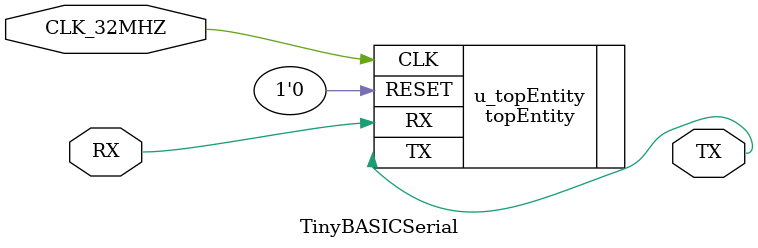
<source format=v>
module TinyBASICSerial(
           input        CLK_32MHZ,
           input        RX,
           output       TX
           );

   topEntity u_topEntity
     (.CLK(CLK_32MHZ),
      .RESET(1'b0),
      .RX(RX),
      .TX(TX)
      );

endmodule

</source>
